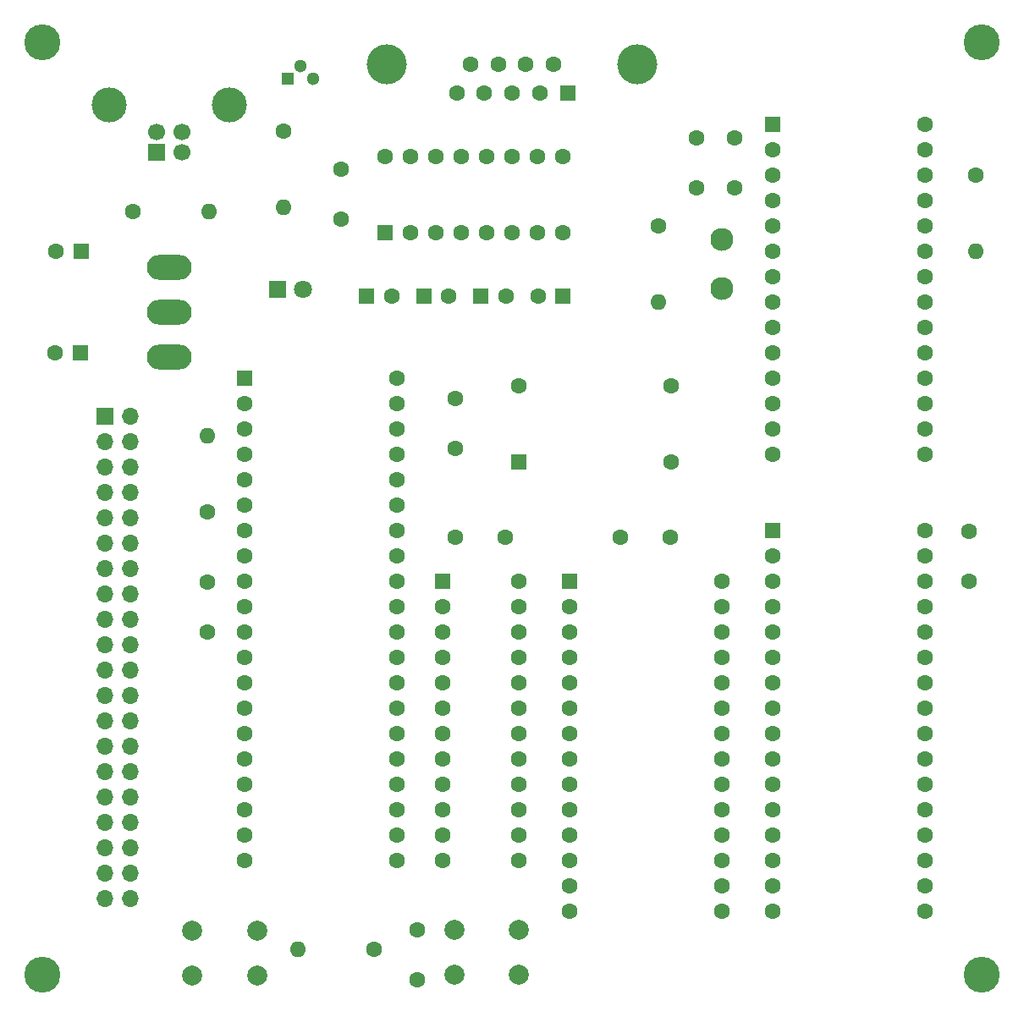
<source format=gbr>
%TF.GenerationSoftware,KiCad,Pcbnew,9.0.0*%
%TF.CreationDate,2025-05-01T20:41:37+02:00*%
%TF.ProjectId,tiny-board,74696e79-2d62-46f6-9172-642e6b696361,1*%
%TF.SameCoordinates,Original*%
%TF.FileFunction,Soldermask,Bot*%
%TF.FilePolarity,Negative*%
%FSLAX46Y46*%
G04 Gerber Fmt 4.6, Leading zero omitted, Abs format (unit mm)*
G04 Created by KiCad (PCBNEW 9.0.0) date 2025-05-01 20:41:37*
%MOMM*%
%LPD*%
G01*
G04 APERTURE LIST*
G04 Aperture macros list*
%AMRoundRect*
0 Rectangle with rounded corners*
0 $1 Rounding radius*
0 $2 $3 $4 $5 $6 $7 $8 $9 X,Y pos of 4 corners*
0 Add a 4 corners polygon primitive as box body*
4,1,4,$2,$3,$4,$5,$6,$7,$8,$9,$2,$3,0*
0 Add four circle primitives for the rounded corners*
1,1,$1+$1,$2,$3*
1,1,$1+$1,$4,$5*
1,1,$1+$1,$6,$7*
1,1,$1+$1,$8,$9*
0 Add four rect primitives between the rounded corners*
20,1,$1+$1,$2,$3,$4,$5,0*
20,1,$1+$1,$4,$5,$6,$7,0*
20,1,$1+$1,$6,$7,$8,$9,0*
20,1,$1+$1,$8,$9,$2,$3,0*%
G04 Aperture macros list end*
%ADD10R,1.700000X1.700000*%
%ADD11O,1.700000X1.700000*%
%ADD12C,1.600000*%
%ADD13O,1.600000X1.600000*%
%ADD14R,1.600000X1.600000*%
%ADD15RoundRect,0.250000X0.550000X-0.550000X0.550000X0.550000X-0.550000X0.550000X-0.550000X-0.550000X0*%
%ADD16C,2.000000*%
%ADD17RoundRect,0.250000X-0.550000X-0.550000X0.550000X-0.550000X0.550000X0.550000X-0.550000X0.550000X0*%
%ADD18R,1.300000X1.300000*%
%ADD19C,1.300000*%
%ADD20R,1.800000X1.800000*%
%ADD21C,1.800000*%
%ADD22C,3.600000*%
%ADD23C,4.000000*%
%ADD24O,4.500000X2.500000*%
%ADD25C,2.300000*%
%ADD26C,1.700000*%
%ADD27C,3.500000*%
G04 APERTURE END LIST*
D10*
%TO.C,J2*%
X58928000Y-91440000D03*
D11*
X61468000Y-91440000D03*
X58928000Y-93980000D03*
X61468000Y-93980000D03*
X58928000Y-96520000D03*
X61468000Y-96520000D03*
X58928000Y-99060000D03*
X61468000Y-99060000D03*
X58928000Y-101600000D03*
X61468000Y-101600000D03*
X58928000Y-104140000D03*
X61468000Y-104140000D03*
X58928000Y-106680000D03*
X61468000Y-106680000D03*
X58928000Y-109220000D03*
X61468000Y-109220000D03*
X58928000Y-111760000D03*
X61468000Y-111760000D03*
X58928000Y-114300000D03*
X61468000Y-114300000D03*
X58928000Y-116840000D03*
X61468000Y-116840000D03*
X58928000Y-119380000D03*
X61468000Y-119380000D03*
X58928000Y-121920000D03*
X61468000Y-121920000D03*
X58928000Y-124460000D03*
X61468000Y-124460000D03*
X58928000Y-127000000D03*
X61468000Y-127000000D03*
X58928000Y-129540000D03*
X61468000Y-129540000D03*
X58928000Y-132080000D03*
X61468000Y-132080000D03*
X58928000Y-134620000D03*
X61468000Y-134620000D03*
X58928000Y-137160000D03*
X61468000Y-137160000D03*
X58928000Y-139700000D03*
X61468000Y-139700000D03*
%TD*%
D12*
%TO.C,R8*%
X114300000Y-72390000D03*
D13*
X114300000Y-80010000D03*
%TD*%
D14*
%TO.C,C7*%
X56475000Y-85090000D03*
D12*
X53975000Y-85090000D03*
%TD*%
%TO.C,R5*%
X61722000Y-70915000D03*
D13*
X69342000Y-70915000D03*
%TD*%
D14*
%TO.C,C15*%
X85130000Y-79375000D03*
D12*
X87630000Y-79375000D03*
%TD*%
D15*
%TO.C,U9*%
X86995000Y-73025000D03*
D12*
X89535000Y-73025000D03*
X92075000Y-73025000D03*
X94615000Y-73025000D03*
X97155000Y-73025000D03*
X99695000Y-73025000D03*
X102235000Y-73025000D03*
X104775000Y-73025000D03*
X104775000Y-65405000D03*
X102235000Y-65405000D03*
X99695000Y-65405000D03*
X97155000Y-65405000D03*
X94615000Y-65405000D03*
X92075000Y-65405000D03*
X89535000Y-65405000D03*
X86995000Y-65405000D03*
%TD*%
D16*
%TO.C,SW1*%
X74220000Y-147375000D03*
X67720000Y-147375000D03*
X74220000Y-142875000D03*
X67720000Y-142875000D03*
%TD*%
D17*
%TO.C,U5*%
X125730000Y-102870000D03*
D12*
X125730000Y-105410000D03*
X125730000Y-107950000D03*
X125730000Y-110490000D03*
X125730000Y-113030000D03*
X125730000Y-115570000D03*
X125730000Y-118110000D03*
X125730000Y-120650000D03*
X125730000Y-123190000D03*
X125730000Y-125730000D03*
X125730000Y-128270000D03*
X125730000Y-130810000D03*
X125730000Y-133350000D03*
X125730000Y-135890000D03*
X125730000Y-138430000D03*
X125730000Y-140970000D03*
X140970000Y-140970000D03*
X140970000Y-138430000D03*
X140970000Y-135890000D03*
X140970000Y-133350000D03*
X140970000Y-130810000D03*
X140970000Y-128270000D03*
X140970000Y-125730000D03*
X140970000Y-123190000D03*
X140970000Y-120650000D03*
X140970000Y-118110000D03*
X140970000Y-115570000D03*
X140970000Y-113030000D03*
X140970000Y-110490000D03*
X140970000Y-107950000D03*
X140970000Y-105410000D03*
X140970000Y-102870000D03*
%TD*%
%TO.C,R6*%
X85852000Y-144780000D03*
D13*
X78232000Y-144780000D03*
%TD*%
D14*
%TO.C,C8*%
X56555000Y-74930000D03*
D12*
X54055000Y-74930000D03*
%TD*%
%TO.C,C11*%
X115490000Y-103505000D03*
X110490000Y-103505000D03*
%TD*%
D17*
%TO.C,U10*%
X92710000Y-107950000D03*
D12*
X92710000Y-110490000D03*
X92710000Y-113030000D03*
X92710000Y-115570000D03*
X92710000Y-118110000D03*
X92710000Y-120650000D03*
X92710000Y-123190000D03*
X92710000Y-125730000D03*
X92710000Y-128270000D03*
X92710000Y-130810000D03*
X92710000Y-133350000D03*
X92710000Y-135890000D03*
X100330000Y-135890000D03*
X100330000Y-133350000D03*
X100330000Y-130810000D03*
X100330000Y-128270000D03*
X100330000Y-125730000D03*
X100330000Y-123190000D03*
X100330000Y-120650000D03*
X100330000Y-118110000D03*
X100330000Y-115570000D03*
X100330000Y-113030000D03*
X100330000Y-110490000D03*
X100330000Y-107950000D03*
%TD*%
D16*
%TO.C,SW2*%
X93905000Y-142820000D03*
X100405000Y-142820000D03*
X93905000Y-147320000D03*
X100405000Y-147320000D03*
%TD*%
D14*
%TO.C,C16*%
X96560000Y-79375000D03*
D12*
X99060000Y-79375000D03*
%TD*%
D18*
%TO.C,U11*%
X77216000Y-57658000D03*
D19*
X78486000Y-56388000D03*
X79756000Y-57658000D03*
%TD*%
D12*
%TO.C,C6*%
X90245000Y-147820000D03*
X90245000Y-142820000D03*
%TD*%
%TO.C,C1*%
X82550000Y-66715000D03*
X82550000Y-71715000D03*
%TD*%
D20*
%TO.C,D1*%
X76200000Y-78740000D03*
D21*
X78740000Y-78740000D03*
%TD*%
D22*
%TO.C,H4*%
X146685000Y-147320000D03*
%TD*%
D12*
%TO.C,R3*%
X76835000Y-62865000D03*
D13*
X76835000Y-70485000D03*
%TD*%
D23*
%TO.C,J6*%
X112195000Y-56215000D03*
X87195000Y-56215000D03*
D14*
X105235000Y-59055000D03*
D12*
X102465000Y-59055000D03*
X99695000Y-59055000D03*
X96925000Y-59055000D03*
X94155000Y-59055000D03*
X103850000Y-56215000D03*
X101080000Y-56215000D03*
X98310000Y-56215000D03*
X95540000Y-56215000D03*
%TD*%
D22*
%TO.C,H1*%
X52705000Y-53975000D03*
%TD*%
D14*
%TO.C,C18*%
X90845000Y-79375000D03*
D12*
X93345000Y-79375000D03*
%TD*%
D17*
%TO.C,U6*%
X105410000Y-107950000D03*
D12*
X105410000Y-110490000D03*
X105410000Y-113030000D03*
X105410000Y-115570000D03*
X105410000Y-118110000D03*
X105410000Y-120650000D03*
X105410000Y-123190000D03*
X105410000Y-125730000D03*
X105410000Y-128270000D03*
X105410000Y-130810000D03*
X105410000Y-133350000D03*
X105410000Y-135890000D03*
X105410000Y-138430000D03*
X105410000Y-140970000D03*
X120650000Y-140970000D03*
X120650000Y-138430000D03*
X120650000Y-135890000D03*
X120650000Y-133350000D03*
X120650000Y-130810000D03*
X120650000Y-128270000D03*
X120650000Y-125730000D03*
X120650000Y-123190000D03*
X120650000Y-120650000D03*
X120650000Y-118110000D03*
X120650000Y-115570000D03*
X120650000Y-113030000D03*
X120650000Y-110490000D03*
X120650000Y-107950000D03*
%TD*%
D24*
%TO.C,SW3*%
X65417000Y-76520000D03*
X65417000Y-81020000D03*
X65417000Y-85520000D03*
%TD*%
D17*
%TO.C,U2*%
X72898000Y-87630000D03*
D12*
X72898000Y-90170000D03*
X72898000Y-92710000D03*
X72898000Y-95250000D03*
X72898000Y-97790000D03*
X72898000Y-100330000D03*
X72898000Y-102870000D03*
X72898000Y-105410000D03*
X72898000Y-107950000D03*
X72898000Y-110490000D03*
X72898000Y-113030000D03*
X72898000Y-115570000D03*
X72898000Y-118110000D03*
X72898000Y-120650000D03*
X72898000Y-123190000D03*
X72898000Y-125730000D03*
X72898000Y-128270000D03*
X72898000Y-130810000D03*
X72898000Y-133350000D03*
X72898000Y-135890000D03*
X88138000Y-135890000D03*
X88138000Y-133350000D03*
X88138000Y-130810000D03*
X88138000Y-128270000D03*
X88138000Y-125730000D03*
X88138000Y-123190000D03*
X88138000Y-120650000D03*
X88138000Y-118110000D03*
X88138000Y-115570000D03*
X88138000Y-113030000D03*
X88138000Y-110490000D03*
X88138000Y-107950000D03*
X88138000Y-105410000D03*
X88138000Y-102870000D03*
X88138000Y-100330000D03*
X88138000Y-97790000D03*
X88138000Y-95250000D03*
X88138000Y-92710000D03*
X88138000Y-90170000D03*
X88138000Y-87630000D03*
%TD*%
D22*
%TO.C,H3*%
X146685000Y-53975000D03*
%TD*%
D14*
%TO.C,X1*%
X100330000Y-95965000D03*
D12*
X115570000Y-95965000D03*
X115570000Y-88345000D03*
X100330000Y-88345000D03*
%TD*%
D22*
%TO.C,H2*%
X52705000Y-147320000D03*
%TD*%
D12*
%TO.C,C3*%
X93980000Y-89615000D03*
X93980000Y-94615000D03*
%TD*%
D25*
%TO.C,Y1*%
X120650000Y-78650000D03*
X120650000Y-73750000D03*
%TD*%
D12*
%TO.C,C12*%
X118110000Y-63540000D03*
X118110000Y-68540000D03*
%TD*%
%TO.C,C2*%
X69215000Y-108030000D03*
X69215000Y-113030000D03*
%TD*%
%TO.C,R1*%
X69215000Y-100965000D03*
D13*
X69215000Y-93345000D03*
%TD*%
D10*
%TO.C,J1*%
X64155000Y-64997500D03*
D26*
X66655000Y-64997500D03*
X66655000Y-62997500D03*
X64155000Y-62997500D03*
D27*
X59385000Y-60287500D03*
X71425000Y-60287500D03*
%TD*%
D14*
%TO.C,C19*%
X104775000Y-79375000D03*
D12*
X102275000Y-79375000D03*
%TD*%
%TO.C,C9*%
X145415000Y-102910000D03*
X145415000Y-107910000D03*
%TD*%
D17*
%TO.C,U8*%
X125730000Y-62230000D03*
D12*
X125730000Y-64770000D03*
X125730000Y-67310000D03*
X125730000Y-69850000D03*
X125730000Y-72390000D03*
X125730000Y-74930000D03*
X125730000Y-77470000D03*
X125730000Y-80010000D03*
X125730000Y-82550000D03*
X125730000Y-85090000D03*
X125730000Y-87630000D03*
X125730000Y-90170000D03*
X125730000Y-92710000D03*
X125730000Y-95250000D03*
X140970000Y-95250000D03*
X140970000Y-92710000D03*
X140970000Y-90170000D03*
X140970000Y-87630000D03*
X140970000Y-85090000D03*
X140970000Y-82550000D03*
X140970000Y-80010000D03*
X140970000Y-77470000D03*
X140970000Y-74930000D03*
X140970000Y-72390000D03*
X140970000Y-69850000D03*
X140970000Y-67310000D03*
X140970000Y-64770000D03*
X140970000Y-62230000D03*
%TD*%
%TO.C,R2*%
X146050000Y-67310000D03*
D13*
X146050000Y-74930000D03*
%TD*%
D12*
%TO.C,C4*%
X98980000Y-103505000D03*
X93980000Y-103505000D03*
%TD*%
%TO.C,C13*%
X121920000Y-68540000D03*
X121920000Y-63540000D03*
%TD*%
M02*

</source>
